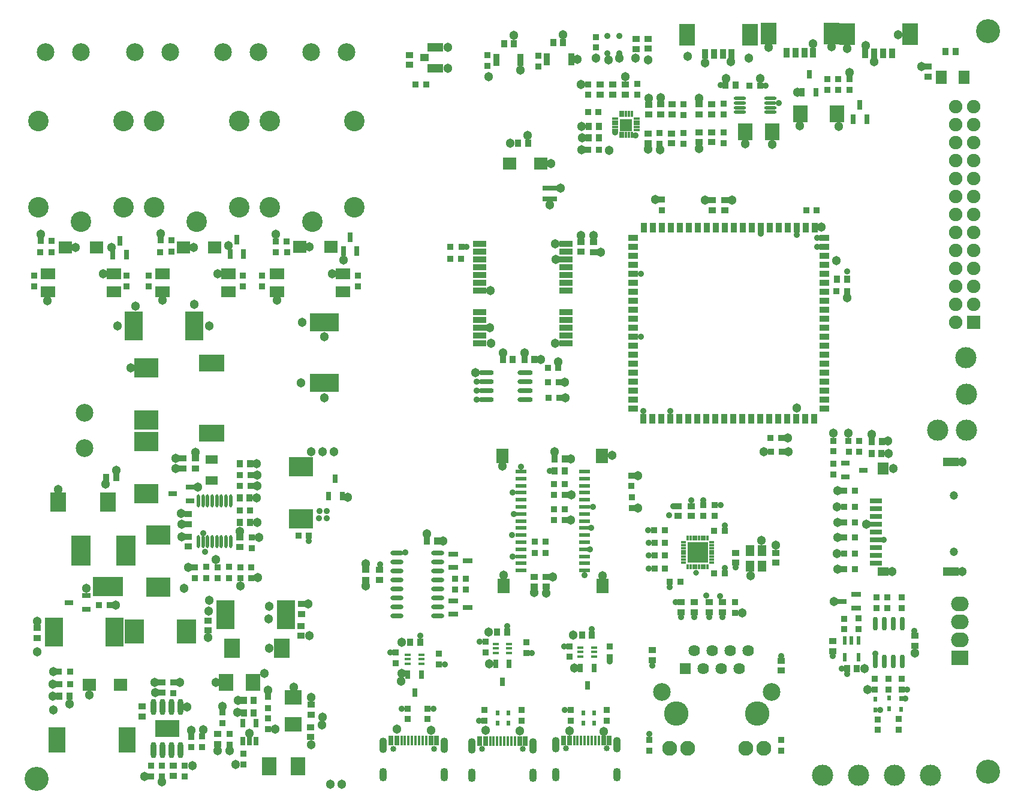
<source format=gts>
G04*
G04 #@! TF.GenerationSoftware,Altium Limited,Altium Designer,24.10.1 (45)*
G04*
G04 Layer_Color=8388736*
%FSLAX25Y25*%
%MOIN*%
G70*
G04*
G04 #@! TF.SameCoordinates,188A72EA-56D5-4262-AEF0-458277A37510*
G04*
G04*
G04 #@! TF.FilePolarity,Negative*
G04*
G01*
G75*
%ADD73R,0.03550X0.03943*%
%ADD74R,0.08274X0.03156*%
%ADD75R,0.07487X0.07093*%
%ADD76R,0.03802X0.03575*%
%ADD77R,0.02762X0.04613*%
%ADD78R,0.03471X0.01778*%
%ADD79R,0.02756X0.05276*%
%ADD80R,0.01575X0.05276*%
%ADD81R,0.07480X0.03543*%
%ADD82O,0.08451X0.02715*%
%ADD83R,0.03575X0.03802*%
%ADD84R,0.09091X0.10605*%
%ADD85R,0.03943X0.03550*%
%ADD86R,0.09754X0.07880*%
%ADD87R,0.07880X0.09754*%
%ADD88R,0.13392X0.11030*%
%ADD89R,0.07880X0.10243*%
%ADD90R,0.03550X0.03550*%
%ADD91R,0.02762X0.04731*%
%ADD92R,0.03550X0.03550*%
%ADD93R,0.09455X0.14179*%
%ADD94R,0.04613X0.02762*%
%ADD95O,0.03150X0.09055*%
%ADD96R,0.13386X0.09449*%
%ADD97R,0.10321X0.16384*%
%ADD98R,0.11030X0.13392*%
%ADD99O,0.01750X0.07217*%
%ADD100R,0.14179X0.09455*%
%ADD101R,0.07097X0.05154*%
%ADD102R,0.03550X0.05518*%
%ADD103R,0.08668X0.12211*%
%ADD104R,0.16384X0.10321*%
%ADD105R,0.03753X0.05524*%
%ADD106R,0.05524X0.03753*%
%ADD107R,0.03156X0.05321*%
%ADD108R,0.08274X0.06306*%
%ADD109R,0.06247X0.07203*%
%ADD110R,0.09055X0.04528*%
%ADD111R,0.04528X0.04331*%
%ADD112R,0.03550X0.07093*%
%ADD113R,0.07093X0.07093*%
%ADD114R,0.01187X0.03550*%
%ADD115R,0.03550X0.01187*%
%ADD116O,0.07061X0.01833*%
%ADD117C,0.03550*%
%ADD118R,0.05124X0.05912*%
%ADD119R,0.11424X0.11424*%
%ADD120R,0.02762X0.01187*%
%ADD121R,0.01187X0.02762*%
%ADD122O,0.02880X0.07743*%
%ADD123R,0.01975X0.02762*%
%ADD124R,0.05321X0.03156*%
%ADD125R,0.02329X0.05026*%
%ADD126R,0.02329X0.04955*%
%ADD127O,0.07270X0.02605*%
%ADD128R,0.07087X0.08268*%
%ADD129R,0.06299X0.02362*%
%ADD130R,0.06299X0.06693*%
%ADD131R,0.09055X0.05118*%
%ADD132R,0.06299X0.05118*%
%ADD133R,0.06693X0.03150*%
%ADD134R,0.08461X0.09223*%
%ADD135O,0.04331X0.08662*%
%ADD136O,0.04331X0.07480*%
%ADD137C,0.03359*%
%ADD138R,0.10800X0.16800*%
%ADD139R,0.16800X0.10800*%
%ADD140C,0.11800*%
%ADD141C,0.13386*%
%ADD142C,0.09849*%
%ADD143C,0.11400*%
%ADD144R,0.09800X0.08300*%
%ADD145O,0.09800X0.08300*%
%ADD146C,0.07487*%
%ADD147R,0.07487X0.07487*%
%ADD148C,0.04737*%
%ADD149C,0.13595*%
%ADD150C,0.08274*%
%ADD151C,0.06400*%
%ADD152R,0.06400X0.06400*%
%ADD153C,0.09849*%
%ADD154C,0.03556*%
%ADD155C,0.05131*%
%ADD156C,0.03162*%
%ADD157C,0.11824*%
D73*
X286759Y368574D02*
D03*
X292270D02*
D03*
X232349Y90767D02*
D03*
X226838D02*
D03*
X290355Y248229D02*
D03*
X295866D02*
D03*
X283858Y248228D02*
D03*
X278347D02*
D03*
X139867Y58466D02*
D03*
X134356D02*
D03*
X139810Y51517D02*
D03*
X134299D02*
D03*
X31868Y60970D02*
D03*
X37379D02*
D03*
X524471Y419428D02*
D03*
X529982D02*
D03*
X284459Y423927D02*
D03*
X278948D02*
D03*
X311834Y424497D02*
D03*
X306323D02*
D03*
X57807Y182629D02*
D03*
X63318D02*
D03*
X137598Y190354D02*
D03*
X132087D02*
D03*
X132227Y157715D02*
D03*
X137738D02*
D03*
X132003Y171277D02*
D03*
X137514D02*
D03*
X464147Y292853D02*
D03*
X469658D02*
D03*
X331586Y378027D02*
D03*
X326075D02*
D03*
X331586Y371475D02*
D03*
X326075D02*
D03*
X407716Y401063D02*
D03*
X402205D02*
D03*
X475196Y76248D02*
D03*
X469685D02*
D03*
X236118Y147313D02*
D03*
X241629D02*
D03*
X275144Y96491D02*
D03*
X280655D02*
D03*
X322358Y94870D02*
D03*
X327870D02*
D03*
X307081Y192858D02*
D03*
X312592D02*
D03*
X307081Y186129D02*
D03*
X312592D02*
D03*
X483456Y202700D02*
D03*
X488967D02*
D03*
X483321Y195821D02*
D03*
X488832D02*
D03*
D74*
X304434Y337662D02*
D03*
Y343567D02*
D03*
D75*
X299463Y357282D02*
D03*
X282200D02*
D03*
X65626Y67396D02*
D03*
X48363D02*
D03*
X117974Y310582D02*
D03*
X100711D02*
D03*
X52401Y310547D02*
D03*
X35138D02*
D03*
X182661Y311000D02*
D03*
X165398D02*
D03*
D76*
X218838Y85147D02*
D03*
Y79216D02*
D03*
X291289Y84944D02*
D03*
Y90875D02*
D03*
X288655Y47182D02*
D03*
Y53113D02*
D03*
X268188Y47182D02*
D03*
Y53113D02*
D03*
X336142D02*
D03*
Y47182D02*
D03*
X407481Y113260D02*
D03*
Y107329D02*
D03*
X147749Y42507D02*
D03*
Y48438D02*
D03*
X133970Y28753D02*
D03*
Y22822D02*
D03*
X126390Y34049D02*
D03*
Y39980D02*
D03*
X122326Y51749D02*
D03*
Y45818D02*
D03*
X111077Y32535D02*
D03*
Y38465D02*
D03*
X105003Y38355D02*
D03*
Y32424D02*
D03*
X82823Y16362D02*
D03*
Y22293D02*
D03*
X101415Y16366D02*
D03*
Y22297D02*
D03*
X88770Y16354D02*
D03*
Y22285D02*
D03*
X95028Y62542D02*
D03*
Y68473D02*
D03*
X138268Y132659D02*
D03*
Y126728D02*
D03*
X132397D02*
D03*
Y132659D02*
D03*
X107177Y126728D02*
D03*
Y132659D02*
D03*
X119881Y126728D02*
D03*
Y132659D02*
D03*
X81423Y288879D02*
D03*
Y294810D02*
D03*
X69219Y288879D02*
D03*
Y294810D02*
D03*
X197833Y288879D02*
D03*
Y294810D02*
D03*
X144246Y288879D02*
D03*
Y294810D02*
D03*
X133792Y288879D02*
D03*
Y294810D02*
D03*
X17681Y288879D02*
D03*
Y294810D02*
D03*
X269845Y411489D02*
D03*
Y417420D02*
D03*
X298195Y411188D02*
D03*
Y417119D02*
D03*
X138622Y143380D02*
D03*
Y149311D02*
D03*
X366702Y337174D02*
D03*
Y331243D02*
D03*
X401096Y384588D02*
D03*
Y390519D02*
D03*
X378900Y384268D02*
D03*
Y390199D02*
D03*
X352974Y401591D02*
D03*
Y395660D02*
D03*
X325878Y395457D02*
D03*
Y401388D02*
D03*
X330073Y427689D02*
D03*
Y421758D02*
D03*
X400956Y374652D02*
D03*
Y368721D02*
D03*
X365486Y368365D02*
D03*
Y374296D02*
D03*
X378605Y374332D02*
D03*
Y368401D02*
D03*
X389786Y167076D02*
D03*
Y161145D02*
D03*
X396200Y167076D02*
D03*
Y161145D02*
D03*
X492235Y109828D02*
D03*
Y115759D02*
D03*
X492842Y64644D02*
D03*
Y70575D02*
D03*
X498365Y42250D02*
D03*
Y48181D02*
D03*
X500115Y64642D02*
D03*
Y70573D02*
D03*
X500231Y110020D02*
D03*
Y115951D02*
D03*
X485944Y109839D02*
D03*
Y115770D02*
D03*
X486746Y42094D02*
D03*
Y48025D02*
D03*
X485155Y70565D02*
D03*
Y64634D02*
D03*
X468006Y104044D02*
D03*
Y98113D02*
D03*
X476064Y98266D02*
D03*
Y104197D02*
D03*
X268742Y85141D02*
D03*
Y91072D02*
D03*
X225370Y48119D02*
D03*
Y54050D02*
D03*
X236498Y48119D02*
D03*
Y54050D02*
D03*
X315918Y47182D02*
D03*
Y53113D02*
D03*
X242584Y84621D02*
D03*
Y78690D02*
D03*
X315260Y82769D02*
D03*
Y88700D02*
D03*
X337653Y88503D02*
D03*
Y82572D02*
D03*
X349853Y183670D02*
D03*
Y177739D02*
D03*
X350021Y165579D02*
D03*
Y171510D02*
D03*
X464770Y398370D02*
D03*
Y404301D02*
D03*
X470930Y398334D02*
D03*
Y404264D02*
D03*
X458740Y398333D02*
D03*
Y404264D02*
D03*
X462104Y184282D02*
D03*
Y190213D02*
D03*
Y197071D02*
D03*
Y203002D02*
D03*
X433036Y30511D02*
D03*
Y36442D02*
D03*
X359849Y30488D02*
D03*
Y36419D02*
D03*
D77*
X229303Y63050D02*
D03*
X233043Y72774D02*
D03*
X225563D02*
D03*
X185236Y181831D02*
D03*
X181496Y172106D02*
D03*
X188976D02*
D03*
X274253Y78766D02*
D03*
X281733D02*
D03*
X277993Y69042D02*
D03*
X321512Y76560D02*
D03*
X328992D02*
D03*
X325252Y66836D02*
D03*
X452325Y397062D02*
D03*
X444845D02*
D03*
X448585Y406786D02*
D03*
D78*
X233053Y83987D02*
D03*
Y81428D02*
D03*
Y78869D02*
D03*
X225572D02*
D03*
Y81428D02*
D03*
Y83987D02*
D03*
X274311Y89984D02*
D03*
Y87425D02*
D03*
Y84866D02*
D03*
X281791D02*
D03*
Y87425D02*
D03*
Y89984D02*
D03*
X321477Y88064D02*
D03*
Y85505D02*
D03*
Y82946D02*
D03*
X328957D02*
D03*
Y85505D02*
D03*
Y88064D02*
D03*
D79*
X312227Y36234D02*
D03*
X315376D02*
D03*
X334275D02*
D03*
X337424Y36234D02*
D03*
X290763Y35844D02*
D03*
X287614Y35844D02*
D03*
X268716D02*
D03*
X265566D02*
D03*
X241419Y36075D02*
D03*
X238270Y36075D02*
D03*
X219372D02*
D03*
X216223D02*
D03*
D80*
X317936Y36234D02*
D03*
X319905D02*
D03*
X321873D02*
D03*
X323842D02*
D03*
X325810D02*
D03*
X327779D02*
D03*
X329747D02*
D03*
X331716D02*
D03*
X285055Y35844D02*
D03*
X283085D02*
D03*
X281118D02*
D03*
X279149D02*
D03*
X277181D02*
D03*
X275212D02*
D03*
X273243D02*
D03*
X271275D02*
D03*
X235711Y36075D02*
D03*
X233742D02*
D03*
X231774D02*
D03*
X229805D02*
D03*
X227837D02*
D03*
X225868D02*
D03*
X223900D02*
D03*
X221931D02*
D03*
D81*
X265508Y312427D02*
D03*
X265508Y308096D02*
D03*
X265508Y303765D02*
D03*
X265508Y299435D02*
D03*
X265508Y295104D02*
D03*
X265508Y290773D02*
D03*
X265509Y286443D02*
D03*
X265509Y274632D02*
D03*
X265508Y270301D02*
D03*
X265508Y265970D02*
D03*
X265508Y261639D02*
D03*
X265509Y257309D02*
D03*
X313539Y257309D02*
D03*
X313538Y261639D02*
D03*
X313538Y265970D02*
D03*
X313539Y270301D02*
D03*
X313539Y274632D02*
D03*
X313539Y286443D02*
D03*
X313538Y290773D02*
D03*
X313538Y295104D02*
D03*
X313539Y299435D02*
D03*
X313538Y303765D02*
D03*
X313538Y308096D02*
D03*
X313539Y312427D02*
D03*
D82*
X269039Y241062D02*
D03*
Y236062D02*
D03*
Y231062D02*
D03*
Y226062D02*
D03*
X290870Y241062D02*
D03*
Y236062D02*
D03*
Y231062D02*
D03*
Y226062D02*
D03*
D83*
X309415Y235598D02*
D03*
X303484D02*
D03*
X309629Y226976D02*
D03*
X303698D02*
D03*
X303302Y243439D02*
D03*
X309233D02*
D03*
X433281Y197047D02*
D03*
X427350D02*
D03*
X170565Y150239D02*
D03*
X164634D02*
D03*
X31801Y67710D02*
D03*
X37732D02*
D03*
X53704Y111423D02*
D03*
X59635D02*
D03*
X255133Y304359D02*
D03*
X249202D02*
D03*
X94034Y314579D02*
D03*
X88103D02*
D03*
X157966Y314000D02*
D03*
X152034D02*
D03*
X27336Y314325D02*
D03*
X21405D02*
D03*
X235841Y401351D02*
D03*
X229910D02*
D03*
X138022Y183768D02*
D03*
X132091D02*
D03*
X137859Y164212D02*
D03*
X131928D02*
D03*
X132089Y177896D02*
D03*
X138020D02*
D03*
X306652Y178893D02*
D03*
X312583D02*
D03*
X427208Y204691D02*
D03*
X433139D02*
D03*
X446951Y331197D02*
D03*
X452882D02*
D03*
X469698Y286221D02*
D03*
X463767D02*
D03*
X331742Y364814D02*
D03*
X325811D02*
D03*
X331577Y385777D02*
D03*
X325646D02*
D03*
X415423Y400627D02*
D03*
X421354D02*
D03*
X362597Y139337D02*
D03*
X368528D02*
D03*
X362591Y132023D02*
D03*
X368522D02*
D03*
X377080Y124722D02*
D03*
X371149D02*
D03*
X362439Y153181D02*
D03*
X368370D02*
D03*
X362587Y146202D02*
D03*
X368518D02*
D03*
X401646Y152790D02*
D03*
X395715D02*
D03*
X401807Y129124D02*
D03*
X395876D02*
D03*
X257694Y120119D02*
D03*
X251763D02*
D03*
X257706Y126110D02*
D03*
X251775D02*
D03*
X306652Y164997D02*
D03*
X312583D02*
D03*
Y158841D02*
D03*
X306652D02*
D03*
X312583Y172827D02*
D03*
X306652D02*
D03*
X301919Y146984D02*
D03*
X295988D02*
D03*
X301921Y140560D02*
D03*
X295990D02*
D03*
X473944Y149116D02*
D03*
X468013D02*
D03*
X476514Y196904D02*
D03*
X470583D02*
D03*
X476440Y202854D02*
D03*
X470509D02*
D03*
X473944Y157584D02*
D03*
X468013D02*
D03*
X473944Y175074D02*
D03*
X468013D02*
D03*
X473944Y166310D02*
D03*
X468013D02*
D03*
X473944Y131610D02*
D03*
X468013D02*
D03*
X473944Y140329D02*
D03*
X468013D02*
D03*
D84*
X127609Y87507D02*
D03*
X155257D02*
D03*
X58729Y168769D02*
D03*
X31082D02*
D03*
D85*
X119618Y34237D02*
D03*
Y39748D02*
D03*
X171749Y50590D02*
D03*
Y56101D02*
D03*
X171569Y43700D02*
D03*
Y38189D02*
D03*
X77602Y49565D02*
D03*
Y55076D02*
D03*
X88611Y62954D02*
D03*
Y68465D02*
D03*
X95040Y22154D02*
D03*
Y16643D02*
D03*
X19324Y93310D02*
D03*
Y98821D02*
D03*
X107283Y193109D02*
D03*
Y187598D02*
D03*
X100394Y193109D02*
D03*
Y187598D02*
D03*
X226291Y412141D02*
D03*
Y417652D02*
D03*
X321850Y313582D02*
D03*
Y308071D02*
D03*
X328739Y313477D02*
D03*
Y307966D02*
D03*
X114426Y97491D02*
D03*
Y103002D02*
D03*
X166370Y106626D02*
D03*
Y112137D02*
D03*
X166148Y94536D02*
D03*
Y100047D02*
D03*
X103400Y149696D02*
D03*
Y144185D02*
D03*
X132160Y143804D02*
D03*
Y149315D02*
D03*
X103400Y156722D02*
D03*
Y162233D02*
D03*
X401591Y331234D02*
D03*
Y336745D02*
D03*
X394607Y331234D02*
D03*
Y336745D02*
D03*
X339449Y395652D02*
D03*
Y401162D02*
D03*
X332428Y401162D02*
D03*
Y395651D02*
D03*
X387524Y384579D02*
D03*
Y390090D02*
D03*
X394525Y390089D02*
D03*
Y384578D02*
D03*
X372484Y384594D02*
D03*
Y390105D02*
D03*
X359483Y384481D02*
D03*
Y389992D02*
D03*
X366176Y384648D02*
D03*
Y390159D02*
D03*
X346482Y395652D02*
D03*
Y401162D02*
D03*
X359141Y426609D02*
D03*
Y421098D02*
D03*
X352259Y426580D02*
D03*
Y421069D02*
D03*
X394347Y369151D02*
D03*
Y374662D02*
D03*
X359187Y368494D02*
D03*
Y374005D02*
D03*
X372189Y374009D02*
D03*
Y368498D02*
D03*
X387324Y369151D02*
D03*
Y374662D02*
D03*
X377570Y113085D02*
D03*
Y107574D02*
D03*
X384720Y113085D02*
D03*
Y107574D02*
D03*
X393054Y113085D02*
D03*
Y107574D02*
D03*
X400547Y113085D02*
D03*
Y107574D02*
D03*
X375846Y161136D02*
D03*
Y166647D02*
D03*
X383105Y161136D02*
D03*
Y166647D02*
D03*
X430064Y140715D02*
D03*
Y135204D02*
D03*
X407630Y135219D02*
D03*
Y140730D02*
D03*
X507312Y94437D02*
D03*
Y88927D02*
D03*
X461668Y91444D02*
D03*
Y85932D02*
D03*
X209900Y125566D02*
D03*
Y131077D02*
D03*
X202119Y125657D02*
D03*
Y131168D02*
D03*
X302395Y121784D02*
D03*
Y127295D02*
D03*
X295589Y121870D02*
D03*
Y127381D02*
D03*
X514721Y405584D02*
D03*
Y411095D02*
D03*
X433185Y75142D02*
D03*
Y80653D02*
D03*
X361260Y86544D02*
D03*
Y81033D02*
D03*
D86*
X161892Y60279D02*
D03*
Y45330D02*
D03*
D87*
X124310Y68607D02*
D03*
X139260D02*
D03*
X428071Y375028D02*
D03*
X413122D02*
D03*
D88*
X165945Y188726D02*
D03*
Y159699D02*
D03*
X80118Y243450D02*
D03*
Y214424D02*
D03*
Y202702D02*
D03*
Y173676D02*
D03*
X86731Y150525D02*
D03*
Y121498D02*
D03*
D89*
X148403Y21880D02*
D03*
X164545D02*
D03*
D90*
X147874Y54338D02*
D03*
X147847Y60633D02*
D03*
X113575Y126563D02*
D03*
X113548Y132858D02*
D03*
X126230Y126563D02*
D03*
X126203Y132858D02*
D03*
D91*
X137397Y35773D02*
D03*
X133658Y46009D02*
D03*
X141138Y46009D02*
D03*
X141137Y35772D02*
D03*
X133657Y35773D02*
D03*
D92*
X31554Y74684D02*
D03*
X37849Y74712D02*
D03*
X255332Y310782D02*
D03*
X249037Y310754D02*
D03*
X94069Y308080D02*
D03*
X87774Y308052D02*
D03*
X158343Y307993D02*
D03*
X152048Y307965D02*
D03*
X27501Y307930D02*
D03*
X21206Y307903D02*
D03*
D93*
X30565Y36730D02*
D03*
X69542Y36729D02*
D03*
D94*
X37024Y113000D02*
D03*
X46749Y109259D02*
D03*
Y116740D02*
D03*
X94744Y173425D02*
D03*
X104469Y169685D02*
D03*
Y177165D02*
D03*
X468872Y182969D02*
D03*
Y190450D02*
D03*
X478596Y186710D02*
D03*
D95*
X84089Y31038D02*
D03*
X89089D02*
D03*
X94089D02*
D03*
X99089D02*
D03*
X84089Y54838D02*
D03*
X89089D02*
D03*
X94089D02*
D03*
X99089D02*
D03*
D96*
X91589Y42938D02*
D03*
D97*
X62449Y96735D02*
D03*
X28827D02*
D03*
X73189Y267000D02*
D03*
X106811D02*
D03*
X124001Y106239D02*
D03*
X157623D02*
D03*
D98*
X73487Y97000D02*
D03*
X102513D02*
D03*
D99*
X109027Y146940D02*
D03*
X111586D02*
D03*
X114146D02*
D03*
X116705D02*
D03*
X119264D02*
D03*
X121823D02*
D03*
X124382D02*
D03*
X126941D02*
D03*
X109027Y169505D02*
D03*
X111586D02*
D03*
X114146D02*
D03*
X116705D02*
D03*
X119264D02*
D03*
X121823D02*
D03*
X124382D02*
D03*
X126941D02*
D03*
D100*
X116536Y246260D02*
D03*
X116535Y207283D02*
D03*
D101*
X116339Y192436D02*
D03*
Y180792D02*
D03*
D102*
X405563Y418225D02*
D03*
X400641D02*
D03*
X395720D02*
D03*
X390799D02*
D03*
X436120Y418802D02*
D03*
X441041D02*
D03*
X445962D02*
D03*
X450884D02*
D03*
X479897Y418514D02*
D03*
X484819D02*
D03*
X489740D02*
D03*
X494661D02*
D03*
D103*
X380760Y429052D02*
D03*
X415602D02*
D03*
X460923Y429629D02*
D03*
X426081D02*
D03*
X504701Y429341D02*
D03*
X469858D02*
D03*
D104*
X179000Y235189D02*
D03*
Y268811D02*
D03*
D105*
X391656Y321523D02*
D03*
X396656D02*
D03*
X401656D02*
D03*
X406656D02*
D03*
X411656D02*
D03*
X416656D02*
D03*
X421656D02*
D03*
X426656D02*
D03*
X431656D02*
D03*
X436656D02*
D03*
X441656D02*
D03*
X446656D02*
D03*
X451656D02*
D03*
X386656D02*
D03*
X381656D02*
D03*
X376656D02*
D03*
X371656D02*
D03*
X366656D02*
D03*
X361656D02*
D03*
X356656D02*
D03*
X356419Y215224D02*
D03*
X361420D02*
D03*
X366420D02*
D03*
X371420D02*
D03*
X376419D02*
D03*
X381419D02*
D03*
X386420D02*
D03*
X451419D02*
D03*
X446419D02*
D03*
X441420D02*
D03*
X436419D02*
D03*
X431420D02*
D03*
X426419D02*
D03*
X421419D02*
D03*
X416420D02*
D03*
X411419D02*
D03*
X406420D02*
D03*
X401419D02*
D03*
X396420D02*
D03*
X391420D02*
D03*
D106*
X350868Y220971D02*
D03*
Y225972D02*
D03*
Y230972D02*
D03*
Y235971D02*
D03*
Y240971D02*
D03*
Y245971D02*
D03*
Y250972D02*
D03*
Y315971D02*
D03*
Y310971D02*
D03*
Y305972D02*
D03*
Y300972D02*
D03*
Y295971D02*
D03*
Y290971D02*
D03*
Y285971D02*
D03*
Y280972D02*
D03*
Y275972D02*
D03*
Y270971D02*
D03*
Y265971D02*
D03*
Y260971D02*
D03*
Y255972D02*
D03*
X457167Y255853D02*
D03*
Y260853D02*
D03*
Y265853D02*
D03*
Y270853D02*
D03*
Y275853D02*
D03*
Y280853D02*
D03*
Y285853D02*
D03*
Y290853D02*
D03*
Y295853D02*
D03*
Y300853D02*
D03*
Y305853D02*
D03*
Y310853D02*
D03*
Y315853D02*
D03*
Y250853D02*
D03*
Y245853D02*
D03*
Y240853D02*
D03*
Y235853D02*
D03*
Y230853D02*
D03*
Y225853D02*
D03*
Y220853D02*
D03*
D107*
X134220Y307036D02*
D03*
X126739D02*
D03*
X130479Y314910D02*
D03*
X69005Y306509D02*
D03*
X61524D02*
D03*
X65265Y314383D02*
D03*
X197071Y308462D02*
D03*
X189590D02*
D03*
X193331Y316335D02*
D03*
X476862Y389808D02*
D03*
X473122Y381935D02*
D03*
X480602D02*
D03*
D108*
X152636Y295974D02*
D03*
Y285974D02*
D03*
X189250D02*
D03*
Y295974D02*
D03*
X89134D02*
D03*
Y285974D02*
D03*
X125748D02*
D03*
Y295974D02*
D03*
X25394D02*
D03*
Y285974D02*
D03*
X62008D02*
D03*
Y295974D02*
D03*
D109*
X534775Y405198D02*
D03*
X522235Y405195D02*
D03*
D110*
X240708Y410292D02*
D03*
Y421907D02*
D03*
D111*
X234706Y416099D02*
D03*
D112*
X274771Y414893D02*
D03*
X288157D02*
D03*
X302882Y415116D02*
D03*
X316268D02*
D03*
D113*
X346911Y378637D02*
D03*
D114*
X343660Y385053D02*
D03*
X345235D02*
D03*
X346811D02*
D03*
X348384D02*
D03*
X349959D02*
D03*
X349958Y373242D02*
D03*
X348383D02*
D03*
X346810D02*
D03*
X345234D02*
D03*
X343659D02*
D03*
D115*
X352715Y382298D02*
D03*
Y380723D02*
D03*
Y379148D02*
D03*
Y377573D02*
D03*
Y375998D02*
D03*
X340904D02*
D03*
Y377573D02*
D03*
Y379148D02*
D03*
Y380723D02*
D03*
Y382298D02*
D03*
D116*
X410167Y393475D02*
D03*
Y390916D02*
D03*
Y388357D02*
D03*
Y385798D02*
D03*
X427065Y393475D02*
D03*
Y390916D02*
D03*
Y388357D02*
D03*
Y385798D02*
D03*
D117*
X336529Y428189D02*
D03*
Y418504D02*
D03*
X343222D02*
D03*
Y428189D02*
D03*
D118*
X415728Y141840D02*
D03*
Y133179D02*
D03*
X422421D02*
D03*
Y141840D02*
D03*
D119*
X386613Y140899D02*
D03*
D120*
X394487Y135387D02*
D03*
Y136962D02*
D03*
Y138537D02*
D03*
Y140112D02*
D03*
Y141686D02*
D03*
Y143261D02*
D03*
Y144836D02*
D03*
Y146411D02*
D03*
X378739D02*
D03*
Y144836D02*
D03*
Y143261D02*
D03*
Y141686D02*
D03*
Y140112D02*
D03*
Y138537D02*
D03*
Y136962D02*
D03*
Y135387D02*
D03*
D121*
X392125Y148773D02*
D03*
X390550D02*
D03*
X388975D02*
D03*
X387400D02*
D03*
X385826D02*
D03*
X384251D02*
D03*
X382676D02*
D03*
X381101D02*
D03*
Y133025D02*
D03*
X382676D02*
D03*
X384251D02*
D03*
X385826D02*
D03*
X387400D02*
D03*
X388975D02*
D03*
X390550D02*
D03*
X392125D02*
D03*
D122*
X500353Y101217D02*
D03*
X495353D02*
D03*
X490353D02*
D03*
X485353D02*
D03*
X500353Y80095D02*
D03*
X495353D02*
D03*
X490353D02*
D03*
X485353D02*
D03*
D123*
X499811Y53509D02*
D03*
Y59414D02*
D03*
X485573Y53257D02*
D03*
Y59163D02*
D03*
X492943Y53989D02*
D03*
Y59895D02*
D03*
X281552Y45756D02*
D03*
Y51662D02*
D03*
X275509Y45756D02*
D03*
Y51662D02*
D03*
X323005Y45756D02*
D03*
Y51662D02*
D03*
X329052Y45756D02*
D03*
Y51662D02*
D03*
D124*
X466713Y113727D02*
D03*
X474586Y109987D02*
D03*
Y117468D02*
D03*
X258710Y110282D02*
D03*
X250837Y114022D02*
D03*
Y106542D02*
D03*
X258661Y136257D02*
D03*
X250787Y139997D02*
D03*
Y132516D02*
D03*
D125*
X475945Y82724D02*
D03*
X468465D02*
D03*
D126*
Y91809D02*
D03*
X472205D02*
D03*
X475945D02*
D03*
D127*
X242047Y105671D02*
D03*
Y110671D02*
D03*
Y115671D02*
D03*
Y120671D02*
D03*
Y125671D02*
D03*
Y130671D02*
D03*
Y135671D02*
D03*
Y140671D02*
D03*
X219428Y105671D02*
D03*
Y110671D02*
D03*
Y115671D02*
D03*
Y120671D02*
D03*
Y125671D02*
D03*
Y130671D02*
D03*
Y135671D02*
D03*
Y140671D02*
D03*
D128*
X278846Y122160D02*
D03*
X278228Y194601D02*
D03*
X333247D02*
D03*
X333865Y122160D02*
D03*
D129*
X288464Y185939D02*
D03*
X288464Y182003D02*
D03*
Y178065D02*
D03*
Y174129D02*
D03*
Y170191D02*
D03*
Y166255D02*
D03*
Y162317D02*
D03*
Y158381D02*
D03*
Y154443D02*
D03*
Y150507D02*
D03*
Y146569D02*
D03*
Y142633D02*
D03*
Y138695D02*
D03*
Y134759D02*
D03*
Y130821D02*
D03*
X323629Y130821D02*
D03*
X323629Y134758D02*
D03*
Y138695D02*
D03*
Y142632D02*
D03*
Y146569D02*
D03*
Y150506D02*
D03*
Y154443D02*
D03*
Y158380D02*
D03*
Y162317D02*
D03*
Y166254D02*
D03*
Y170191D02*
D03*
Y174128D02*
D03*
Y178065D02*
D03*
Y182002D02*
D03*
Y185939D02*
D03*
D130*
X489719Y187625D02*
D03*
D131*
X527514Y191168D02*
D03*
Y130144D02*
D03*
D132*
X489719Y130145D02*
D03*
D133*
X485782Y134869D02*
D03*
X485782Y139199D02*
D03*
Y143530D02*
D03*
Y147861D02*
D03*
Y152192D02*
D03*
Y156522D02*
D03*
Y160853D02*
D03*
Y165184D02*
D03*
Y169514D02*
D03*
D134*
X443671Y384850D02*
D03*
X464075D02*
D03*
D135*
X341833Y33793D02*
D03*
X307818D02*
D03*
X261157Y33403D02*
D03*
X295172D02*
D03*
X211813Y33635D02*
D03*
X245829D02*
D03*
D136*
X341833Y17336D02*
D03*
X307818D02*
D03*
X261157Y16946D02*
D03*
X295172D02*
D03*
X211813Y17177D02*
D03*
X245829D02*
D03*
D137*
X313409Y31825D02*
D03*
X336204D02*
D03*
X289543Y31435D02*
D03*
X266747D02*
D03*
X240199Y31666D02*
D03*
X217404D02*
D03*
D138*
X68666Y141786D02*
D03*
X43666D02*
D03*
D139*
X58666Y121786D02*
D03*
D140*
X535738Y249262D02*
D03*
X536000Y209000D02*
D03*
Y229000D02*
D03*
X456056Y16825D02*
D03*
X516096Y16864D02*
D03*
X496063Y16831D02*
D03*
X476056Y16825D02*
D03*
D141*
X19000Y15000D02*
D03*
X548000Y431000D02*
D03*
Y19000D02*
D03*
D142*
X73586Y419244D02*
D03*
X93271D02*
D03*
X122752D02*
D03*
X142437D02*
D03*
X23998D02*
D03*
X43683D02*
D03*
X171889D02*
D03*
X191574D02*
D03*
X45890Y218627D02*
D03*
Y198942D02*
D03*
D143*
X148643Y380818D02*
D03*
X195885Y332786D02*
D03*
X148641D02*
D03*
X172263Y324912D02*
D03*
X195883Y380817D02*
D03*
X20128Y380818D02*
D03*
X67370Y332786D02*
D03*
X20126D02*
D03*
X43748Y324912D02*
D03*
X67368Y380817D02*
D03*
X84367Y380818D02*
D03*
X131609Y332786D02*
D03*
X84365D02*
D03*
X107987Y324912D02*
D03*
X131607Y380817D02*
D03*
D144*
X532343Y82133D02*
D03*
D145*
Y92133D02*
D03*
Y102133D02*
D03*
Y112133D02*
D03*
D146*
X530000Y389000D02*
D03*
X540000D02*
D03*
X530000Y379000D02*
D03*
X540000D02*
D03*
X530000Y369000D02*
D03*
X540000D02*
D03*
X530000Y359000D02*
D03*
X540000D02*
D03*
X530000Y349000D02*
D03*
X540000D02*
D03*
X530000Y339000D02*
D03*
X540000D02*
D03*
X530000Y329000D02*
D03*
X540000D02*
D03*
X530000Y319000D02*
D03*
X540000D02*
D03*
X530000Y309000D02*
D03*
X540000D02*
D03*
X530000Y299000D02*
D03*
X540000D02*
D03*
X530000Y289000D02*
D03*
X540000D02*
D03*
X530000Y279000D02*
D03*
X540000D02*
D03*
X530000Y269000D02*
D03*
D147*
X540000D02*
D03*
D148*
X529089Y172664D02*
D03*
Y141168D02*
D03*
D149*
X419705Y51138D02*
D03*
X374745D02*
D03*
D150*
X381142Y31847D02*
D03*
X413308D02*
D03*
X423309D02*
D03*
X371143D02*
D03*
D151*
X409746Y76138D02*
D03*
X404705Y86138D02*
D03*
X389745Y76138D02*
D03*
X384705Y86138D02*
D03*
X394706D02*
D03*
X399745Y76138D02*
D03*
X414706Y86138D02*
D03*
D152*
X379746Y76138D02*
D03*
D153*
X366714Y63146D02*
D03*
X427738D02*
D03*
D154*
X399213Y116732D02*
D03*
X170472Y147244D02*
D03*
X180259Y159875D02*
D03*
X294488Y84842D02*
D03*
X222050Y54050D02*
D03*
X312887Y53113D02*
D03*
X215748Y85236D02*
D03*
X265551Y91142D02*
D03*
X265158Y47244D02*
D03*
X312402Y88700D02*
D03*
X327870Y98131D02*
D03*
X176181Y159843D02*
D03*
X176378Y163779D02*
D03*
X180512Y163976D02*
D03*
X359316Y132023D02*
D03*
X359416Y139337D02*
D03*
X359391Y146202D02*
D03*
X359221Y153181D02*
D03*
X401646Y155977D02*
D03*
X399360Y167076D02*
D03*
X370866Y161417D02*
D03*
X374305Y113085D02*
D03*
X391535Y116929D02*
D03*
X469685Y73228D02*
D03*
X466862Y76248D02*
D03*
X431724Y390916D02*
D03*
X424373Y400627D02*
D03*
X263835Y236063D02*
D03*
X263836Y231062D02*
D03*
Y226062D02*
D03*
X91984Y44961D02*
D03*
X95984D02*
D03*
Y41961D02*
D03*
X91984D02*
D03*
X87984Y44961D02*
D03*
Y41961D02*
D03*
X112662Y141157D02*
D03*
X258019Y310782D02*
D03*
X304366Y186129D02*
D03*
X399489Y401063D02*
D03*
X346000Y378000D02*
D03*
X348000D02*
D03*
Y380000D02*
D03*
X346000D02*
D03*
X352071Y373045D02*
D03*
X340707Y374620D02*
D03*
X111586Y151652D02*
D03*
X488168Y53257D02*
D03*
X239699Y54050D02*
D03*
X246115Y78690D02*
D03*
X232349Y94517D02*
D03*
X280655Y99999D02*
D03*
X337653Y80084D02*
D03*
X359849Y39849D02*
D03*
X361260Y77740D02*
D03*
X377570Y104858D02*
D03*
X384720D02*
D03*
X393000Y104910D02*
D03*
X400547Y104858D02*
D03*
X433185Y83369D02*
D03*
X461668Y83217D02*
D03*
X502011Y59414D02*
D03*
X503067Y64642D02*
D03*
X485353Y84647D02*
D03*
X507115Y97352D02*
D03*
X224000Y141000D02*
D03*
X288464Y188536D02*
D03*
X283871Y174129D02*
D03*
X284317Y162317D02*
D03*
X283507Y150507D02*
D03*
X283695Y138695D02*
D03*
X328254Y166254D02*
D03*
X327557Y154443D02*
D03*
X326667Y142632D02*
D03*
X323629Y128371D02*
D03*
X371136Y121534D02*
D03*
X372975Y166647D02*
D03*
X383000Y170000D02*
D03*
X389786Y169786D02*
D03*
X407630Y132503D02*
D03*
X401807Y132193D02*
D03*
X490139Y147861D02*
D03*
X210000Y134213D02*
D03*
X469658Y297386D02*
D03*
X371420Y219420D02*
D03*
X356419D02*
D03*
X354972Y260971D02*
D03*
Y295971D02*
D03*
X421656Y318344D02*
D03*
X441656Y317656D02*
D03*
X453147Y310853D02*
D03*
Y315853D02*
D03*
D155*
X480512Y156693D02*
D03*
X441732Y221260D02*
D03*
X463779Y303346D02*
D03*
X290355Y251968D02*
D03*
X304528Y334252D02*
D03*
X310433Y343701D02*
D03*
X304920Y357282D02*
D03*
X292126Y372835D02*
D03*
X270472Y405512D02*
D03*
X288157Y409157D02*
D03*
X57284Y178937D02*
D03*
X119618Y30641D02*
D03*
X126378Y30709D02*
D03*
X111696Y42108D02*
D03*
X188659Y11811D02*
D03*
X182480D02*
D03*
X192126Y171653D02*
D03*
X436811Y204528D02*
D03*
X423537Y197047D02*
D03*
X437120D02*
D03*
X179000Y227000D02*
D03*
X322244Y364764D02*
D03*
X337402Y364567D02*
D03*
X221850Y69291D02*
D03*
X222047Y73622D02*
D03*
X162008Y65945D02*
D03*
X147835Y64173D02*
D03*
X145669Y73425D02*
D03*
X151772Y42717D02*
D03*
X129724Y22835D02*
D03*
X88770Y13175D02*
D03*
X28346Y53347D02*
D03*
X28150Y61024D02*
D03*
X100984Y120866D02*
D03*
X142126Y126969D02*
D03*
X108661Y177362D02*
D03*
X99714Y149696D02*
D03*
X99606Y156693D02*
D03*
X103347Y132677D02*
D03*
X118681Y137036D02*
D03*
X46654Y121063D02*
D03*
X238270Y42045D02*
D03*
X219372Y42656D02*
D03*
X222028Y90767D02*
D03*
X270840Y78766D02*
D03*
X270506Y96491D02*
D03*
X287614Y41551D02*
D03*
X268716Y41760D02*
D03*
X317532Y94870D02*
D03*
X318125Y76560D02*
D03*
X334449Y41142D02*
D03*
X315354Y41732D02*
D03*
X411372Y107329D02*
D03*
X481170Y64634D02*
D03*
X479528Y76181D02*
D03*
X507312Y84871D02*
D03*
X464256Y131610D02*
D03*
X464199Y140329D02*
D03*
X464273Y149116D02*
D03*
X464266Y157584D02*
D03*
X464202Y166310D02*
D03*
X464444Y175074D02*
D03*
X492323Y202953D02*
D03*
X483456Y206702D02*
D03*
X470509Y207247D02*
D03*
X469698Y282493D02*
D03*
X484819Y413803D02*
D03*
X443307Y378346D02*
D03*
X365748Y364764D02*
D03*
X402362Y404528D02*
D03*
X405088Y413947D02*
D03*
X415000Y416000D02*
D03*
X421354Y404646D02*
D03*
X442062Y397062D02*
D03*
X428071Y367992D02*
D03*
X362961Y337174D02*
D03*
X282480Y368504D02*
D03*
X307849Y303765D02*
D03*
X332585Y307966D02*
D03*
X328740Y317126D02*
D03*
X312999Y226976D02*
D03*
X312827Y235598D02*
D03*
X278347Y251771D02*
D03*
X299410Y248229D02*
D03*
X263158Y241062D02*
D03*
X309233Y247011D02*
D03*
X353515Y165579D02*
D03*
X353535Y183670D02*
D03*
X315928Y158841D02*
D03*
X316331Y172827D02*
D03*
X316086Y192858D02*
D03*
X306102Y127362D02*
D03*
X244951Y147313D02*
D03*
X202119Y122395D02*
D03*
X183572Y295974D02*
D03*
X170646Y311000D02*
D03*
X152034Y317782D02*
D03*
X119793Y295974D02*
D03*
X106251Y310582D02*
D03*
X88103Y318221D02*
D03*
X60872Y310469D02*
D03*
X40748Y310630D02*
D03*
X21405Y317965D02*
D03*
X56192Y295974D02*
D03*
X184252Y196850D02*
D03*
X171850D02*
D03*
X177953D02*
D03*
X148507Y87507D02*
D03*
X177756Y44882D02*
D03*
X177953Y49213D02*
D03*
X171749Y60330D02*
D03*
X171765Y34055D02*
D03*
X131008Y58466D02*
D03*
X130820Y51772D02*
D03*
X118591Y68607D02*
D03*
X122326Y55148D02*
D03*
X137418Y40119D02*
D03*
X148228Y103937D02*
D03*
X148425Y111024D02*
D03*
X114961Y114173D02*
D03*
X114764Y108268D02*
D03*
X114426Y93574D02*
D03*
X71295Y243450D02*
D03*
X105003Y42011D02*
D03*
X28156Y67710D02*
D03*
X78913Y16362D02*
D03*
X37379Y56566D02*
D03*
X28261Y74684D02*
D03*
X48363Y61582D02*
D03*
X105648Y22297D02*
D03*
X85236Y62992D02*
D03*
X84627Y68470D02*
D03*
X19324Y85663D02*
D03*
X63189Y111417D02*
D03*
X98819Y68701D02*
D03*
X102861Y54838D02*
D03*
X19324Y102448D02*
D03*
X96260Y187598D02*
D03*
X96457Y193109D02*
D03*
X107283Y196721D02*
D03*
X99410Y162598D02*
D03*
X141822Y183768D02*
D03*
X141339Y190354D02*
D03*
X132160Y152597D02*
D03*
X63386Y186417D02*
D03*
X132283Y122244D02*
D03*
X352000Y416000D02*
D03*
X359000Y415000D02*
D03*
X330000Y416000D02*
D03*
X189590Y303590D02*
D03*
X381000Y417000D02*
D03*
X115000Y267000D02*
D03*
X106811Y278811D02*
D03*
X64000Y267000D02*
D03*
X74000Y278000D02*
D03*
X166189Y235189D02*
D03*
X179000Y261000D02*
D03*
X166811Y268811D02*
D03*
X343015Y415846D02*
D03*
X337000Y415000D02*
D03*
X450884Y423884D02*
D03*
X202119Y134699D02*
D03*
X390745Y336745D02*
D03*
X405662D02*
D03*
X390799Y413201D02*
D03*
X413122Y368122D02*
D03*
X387524Y393476D02*
D03*
X366176Y393906D02*
D03*
X359483Y393483D02*
D03*
X387324Y365676D02*
D03*
X359187Y365187D02*
D03*
X322475Y371475D02*
D03*
X322027Y378027D02*
D03*
X346482Y405482D02*
D03*
X321612Y401388D02*
D03*
X141896Y177896D02*
D03*
X141277Y171277D02*
D03*
X141715Y157715D02*
D03*
X142689Y149311D02*
D03*
X169997Y112137D02*
D03*
X170598Y94536D02*
D03*
X125840Y311697D02*
D03*
X31082Y175918D02*
D03*
X462273Y113727D02*
D03*
X236118Y151118D02*
D03*
X302395Y118101D02*
D03*
X295589Y118411D02*
D03*
X278846Y128180D02*
D03*
X278228Y188772D02*
D03*
X307031Y197000D02*
D03*
X339000Y195000D02*
D03*
X333865Y127865D02*
D03*
X415925Y127925D02*
D03*
X422000Y147551D02*
D03*
X430000Y145000D02*
D03*
X462104Y207104D02*
D03*
X492821Y195821D02*
D03*
X533856Y130144D02*
D03*
X494856Y130145D02*
D03*
X495375Y187625D02*
D03*
X533832Y191168D02*
D03*
X455297Y321916D02*
D03*
X465000Y378000D02*
D03*
X470930Y407930D02*
D03*
X511095Y411095D02*
D03*
X498000Y429000D02*
D03*
X480000Y423000D02*
D03*
X469858Y421142D02*
D03*
X460923Y422077D02*
D03*
X426000Y422000D02*
D03*
Y429548D02*
D03*
X307309Y257309D02*
D03*
X271691Y257309D02*
D03*
X270970Y265970D02*
D03*
X271557Y286443D02*
D03*
X307427Y312427D02*
D03*
X321850Y317295D02*
D03*
X319884Y415116D02*
D03*
X311834Y428834D02*
D03*
X284459Y428541D02*
D03*
X247708Y410292D02*
D03*
X247906Y421907D02*
D03*
X152636Y281364D02*
D03*
X89134Y281134D02*
D03*
X25000Y281000D02*
D03*
D156*
X385826Y129573D02*
D03*
D157*
X520195Y208790D02*
D03*
M02*

</source>
